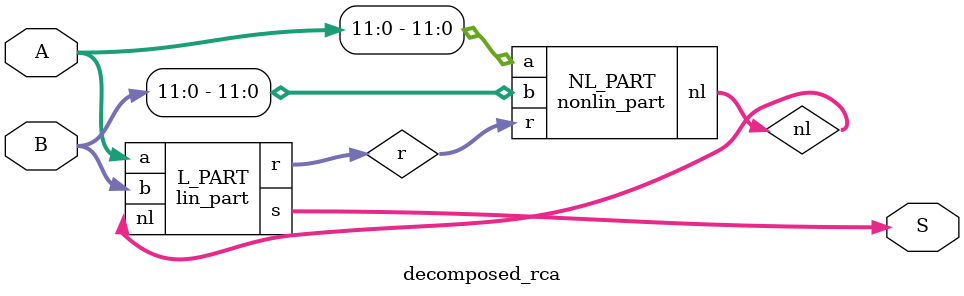
<source format=v>


module nonlin_part ( a, b, r, nl );
  input [11:0] a;
  input [11:0] b;
  input [9:0] r;
  output [33:0] nl;


  AN2D0 U1 ( .A1(r[1]), .A2(b[3]), .Z(nl[9]) );
  AN2D0 U2 ( .A1(a[3]), .A2(r[1]), .Z(nl[8]) );
  AN2D0 U3 ( .A1(a[3]), .A2(b[3]), .Z(nl[7]) );
  AN2D0 U4 ( .A1(r[0]), .A2(b[2]), .Z(nl[6]) );
  AN2D0 U5 ( .A1(a[2]), .A2(r[0]), .Z(nl[5]) );
  AN2D0 U6 ( .A1(a[2]), .A2(b[2]), .Z(nl[4]) );
  AN2D0 U7 ( .A1(b[1]), .A2(nl[0]), .Z(nl[3]) );
  AN2D0 U8 ( .A1(r[9]), .A2(b[11]), .Z(nl[33]) );
  AN2D0 U9 ( .A1(a[11]), .A2(r[9]), .Z(nl[32]) );
  AN2D0 U10 ( .A1(a[11]), .A2(b[11]), .Z(nl[31]) );
  AN2D0 U11 ( .A1(r[8]), .A2(b[10]), .Z(nl[30]) );
  AN2D0 U12 ( .A1(a[1]), .A2(nl[0]), .Z(nl[2]) );
  AN2D0 U13 ( .A1(a[10]), .A2(r[8]), .Z(nl[29]) );
  AN2D0 U14 ( .A1(a[10]), .A2(b[10]), .Z(nl[28]) );
  AN2D0 U15 ( .A1(r[7]), .A2(b[9]), .Z(nl[27]) );
  AN2D0 U16 ( .A1(a[9]), .A2(r[7]), .Z(nl[26]) );
  AN2D0 U17 ( .A1(a[9]), .A2(b[9]), .Z(nl[25]) );
  AN2D0 U18 ( .A1(r[6]), .A2(b[8]), .Z(nl[24]) );
  AN2D0 U19 ( .A1(a[8]), .A2(r[6]), .Z(nl[23]) );
  AN2D0 U20 ( .A1(a[8]), .A2(b[8]), .Z(nl[22]) );
  AN2D0 U21 ( .A1(r[5]), .A2(b[7]), .Z(nl[21]) );
  AN2D0 U22 ( .A1(a[7]), .A2(r[5]), .Z(nl[20]) );
  AN2D0 U23 ( .A1(a[1]), .A2(b[1]), .Z(nl[1]) );
  AN2D0 U24 ( .A1(a[7]), .A2(b[7]), .Z(nl[19]) );
  AN2D0 U25 ( .A1(r[4]), .A2(b[6]), .Z(nl[18]) );
  AN2D0 U26 ( .A1(a[6]), .A2(r[4]), .Z(nl[17]) );
  AN2D0 U27 ( .A1(a[6]), .A2(b[6]), .Z(nl[16]) );
  AN2D0 U28 ( .A1(r[3]), .A2(b[5]), .Z(nl[15]) );
  AN2D0 U29 ( .A1(a[5]), .A2(r[3]), .Z(nl[14]) );
  AN2D0 U30 ( .A1(a[5]), .A2(b[5]), .Z(nl[13]) );
  AN2D0 U31 ( .A1(r[2]), .A2(b[4]), .Z(nl[12]) );
  AN2D0 U32 ( .A1(a[4]), .A2(r[2]), .Z(nl[11]) );
  AN2D0 U33 ( .A1(a[4]), .A2(b[4]), .Z(nl[10]) );
  AN2D0 U34 ( .A1(b[0]), .A2(a[0]), .Z(nl[0]) );
endmodule


module lin_part ( a, b, nl, s, r );
  input [12:0] a;
  input [12:0] b;
  input [33:0] nl;
  output [12:0] s;
  output [9:0] r;
  wire   n1;

  XOR3D0 U1 ( .A1(b[9]), .A2(a[9]), .A3(r[7]), .Z(s[9]) );
  XOR3D0 U2 ( .A1(b[8]), .A2(a[8]), .A3(r[6]), .Z(s[8]) );
  XOR3D0 U3 ( .A1(b[7]), .A2(a[7]), .A3(r[5]), .Z(s[7]) );
  XOR3D0 U4 ( .A1(b[6]), .A2(a[6]), .A3(r[4]), .Z(s[6]) );
  XOR3D0 U5 ( .A1(b[5]), .A2(a[5]), .A3(r[3]), .Z(s[5]) );
  XOR3D0 U6 ( .A1(b[4]), .A2(a[4]), .A3(r[2]), .Z(s[4]) );
  XOR3D0 U7 ( .A1(b[3]), .A2(a[3]), .A3(r[1]), .Z(s[3]) );
  XOR3D0 U8 ( .A1(b[2]), .A2(a[2]), .A3(r[0]), .Z(s[2]) );
  XOR3D0 U9 ( .A1(nl[0]), .A2(b[1]), .A3(a[1]), .Z(s[1]) );
  XOR3D0 U10 ( .A1(b[12]), .A2(a[12]), .A3(n1), .Z(s[12]) );
  XOR3D0 U11 ( .A1(nl[33]), .A2(nl[32]), .A3(nl[31]), .Z(n1) );
  XOR3D0 U12 ( .A1(b[11]), .A2(a[11]), .A3(r[9]), .Z(s[11]) );
  XOR3D0 U13 ( .A1(b[10]), .A2(a[10]), .A3(r[8]), .Z(s[10]) );
  XOR2D0 U14 ( .A1(b[0]), .A2(a[0]), .Z(s[0]) );
  XOR3D0 U15 ( .A1(nl[30]), .A2(nl[29]), .A3(nl[28]), .Z(r[9]) );
  XOR3D0 U16 ( .A1(nl[27]), .A2(nl[26]), .A3(nl[25]), .Z(r[8]) );
  XOR3D0 U17 ( .A1(nl[24]), .A2(nl[23]), .A3(nl[22]), .Z(r[7]) );
  XOR3D0 U18 ( .A1(nl[21]), .A2(nl[20]), .A3(nl[19]), .Z(r[6]) );
  XOR3D0 U19 ( .A1(nl[18]), .A2(nl[17]), .A3(nl[16]), .Z(r[5]) );
  XOR3D0 U20 ( .A1(nl[15]), .A2(nl[14]), .A3(nl[13]), .Z(r[4]) );
  XOR3D0 U21 ( .A1(nl[12]), .A2(nl[11]), .A3(nl[10]), .Z(r[3]) );
  XOR3D0 U22 ( .A1(nl[9]), .A2(nl[8]), .A3(nl[7]), .Z(r[2]) );
  XOR3D0 U23 ( .A1(nl[6]), .A2(nl[5]), .A3(nl[4]), .Z(r[1]) );
  XOR3D0 U24 ( .A1(nl[3]), .A2(nl[2]), .A3(nl[1]), .Z(r[0]) );
endmodule


module decomposed_rca ( A, B, S );
  input [12:0] A;
  input [12:0] B;
  output [12:0] S;

  wire   [9:0] r;
  wire   [33:0] nl;

  nonlin_part NL_PART ( .a(A[11:0]), .b(B[11:0]), .r(r), .nl(nl) );
  lin_part L_PART ( .a(A), .b(B), .nl(nl), .s(S), .r(r) );
endmodule


</source>
